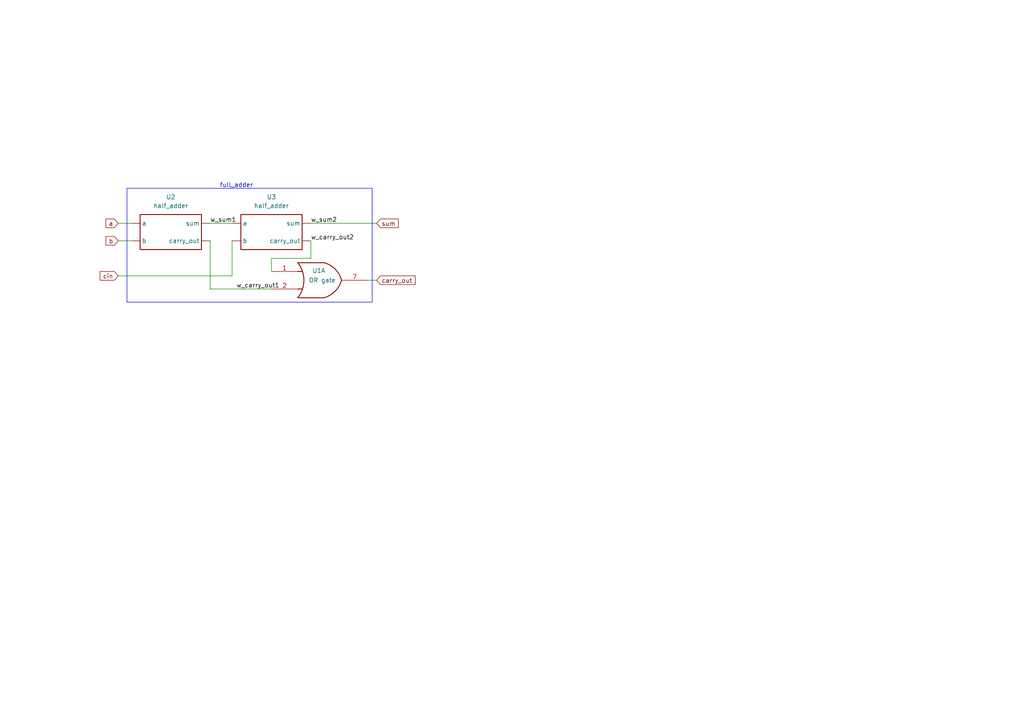
<source format=kicad_sch>
(kicad_sch (version 20250114) (generator "eeschema") (generator_version "9.0")
  (paper "A4")
  (title_block (title "full adder 1 bit") (date "2026-02-11"))
  (lib_symbols
    (symbol "74xGxx:74AUC2G32"
      (property "Reference" "U" (at -2.54 3.81 0))
      (property "Value" "74AUC2G32" (at 0 -3.81 0))
      (symbol "74AUC2G32_1_1"
        (arc (start -7.62 5.08) (mid -5.838 0) (end -7.62 -5.08) (stroke (width 0.254)))
        (polyline (pts (xy -7.62 2.54) (xy -6.35 2.54)) (stroke (width 0.254)) (fill (type background)))
        (polyline (pts (xy -7.62 -2.54) (xy -6.35 -2.54)) (stroke (width 0.254)) (fill (type background)))
        (arc (start 5.08 0) (mid 3.202 -3.202) (end 0 -5.08) (stroke (width 0.254)))
        (arc (start 0 5.08) (mid 3.2271 3.2271) (end 5.08 0) (stroke (width 0.254)))
        (polyline (pts (xy 0 5.08) (xy -7.62 5.08)) (stroke (width 0.254)) (fill (type background)))
        (polyline (pts (xy 0 -5.08) (xy -7.62 -5.08)) (stroke (width 0.254)) (fill (type background)))
        (pin input line (at -15.24 2.54 0) (length 7.62) (name "~") (number "1"))
        (pin input line (at -15.24 -2.54 0) (length 7.62) (name "~") (number "2"))
        (pin output line (at 12.7 0 180) (length 7.62) (name "~") (number "7"))
      )
      (symbol "74AUC2G32_2_1"
        (arc (start -7.62 5.08) (mid -5.838 0) (end -7.62 -5.08) (stroke (width 0.254)))
        (polyline (pts (xy -7.62 2.54) (xy -6.35 2.54)) (stroke (width 0.254)) (fill (type background)))
        (polyline (pts (xy -7.62 -2.54) (xy -6.35 -2.54)) (stroke (width 0.254)) (fill (type background)))
        (arc (start 5.08 0) (mid 3.202 -3.202) (end 0 -5.08) (stroke (width 0.254)))
        (arc (start 0 5.08) (mid 3.2271 3.2271) (end 5.08 0) (stroke (width 0.254)))
        (polyline (pts (xy 0 5.08) (xy -7.62 5.08)) (stroke (width 0.254)) (fill (type background)))
        (polyline (pts (xy 0 -5.08) (xy -7.62 -5.08)) (stroke (width 0.254)) (fill (type background)))
        (pin input line (at -15.24 2.54 0) (length 7.62) (name "~") (number "5"))
        (pin input line (at -15.24 -2.54 0) (length 7.62) (name "~") (number "6"))
        (pin output line (at 12.7 0 180) (length 7.62) (name "~") (number "3"))
      )
      (symbol "74AUC2G32_3_0"
        (rectangle (start -5.08 -5.08) (end 5.08 5.08) (stroke (width 0.254)) (fill (type background)))
      )
      (symbol "74AUC2G32_3_1"
        (pin power_in line (at 0 10.16 270) (length 5.08) (name "VCC") (number "8"))
        (pin power_in line (at 0 -10.16 90) (length 5.08) (name "GND") (number "4"))
      )
    )
    (symbol "adder:half_adder"
      (property "Reference" "U" (at 3.81 8.89 0))
      (symbol "half_adder_1_1"
        (rectangle (start -5.08 7.62) (end 12.7 -2.54) (stroke (width 0.254)))
        (pin input line (at -7.62 5.08 0) (length 2.54) (name "a") (number ""))
        (pin input line (at -7.62 0 0) (length 2.54) (name "b") (number ""))
        (pin input line (at 15.24 5.08 180) (length 2.54) (name "sum") (number ""))
        (pin input line (at 15.24 0 180) (length 2.54) (name "carry_out") (number ""))
      )
    )
    (symbol "half_adder_1"
      (property "Reference" "U" (at 3.81 8.89 0))
      (symbol "half_adder_1_1_1"
        (rectangle (start -5.08 7.62) (end 12.7 -2.54) (stroke (width 0.254)))
        (pin input line (at -7.62 5.08 0) (length 2.54) (name "a") (number ""))
        (pin input line (at -7.62 0 0) (length 2.54) (name "b") (number ""))
        (pin input line (at 15.24 5.08 180) (length 2.54) (name "sum") (number ""))
        (pin input line (at 15.24 0 180) (length 2.54) (name "carry_out") (number ""))
      )
    )
  )
  (rectangle (start 36.83 54.61) (end 107.95 87.63))
  (text "full_adder" (at 68.58 53.848 0) (effects (font (size 1.27 1.27))))
  (wire (pts (xy 60.96 83.82) (xy 60.96 69.85)))
  (wire (pts (xy 60.96 64.77) (xy 67.31 64.77)))
  (wire (pts (xy 34.29 64.77) (xy 38.1 64.77)))
  (wire (pts (xy 60.96 83.82) (xy 78.74 83.82)))
  (wire (pts (xy 78.74 78.74) (xy 78.74 74.93)))
  (wire (pts (xy 78.74 74.93) (xy 90.17 74.93)))
  (wire (pts (xy 90.17 64.77) (xy 109.22 64.77)))
  (wire (pts (xy 34.29 80.01) (xy 67.31 80.01)))
  (wire (pts (xy 34.29 69.85) (xy 38.1 69.85)))
  (wire (pts (xy 106.68 81.28) (xy 109.22 81.28)))
  (wire (pts (xy 90.17 74.93) (xy 90.17 69.85)))
  (wire (pts (xy 67.31 80.01) (xy 67.31 69.85)))
  (label "w_carry_out1" (at 68.58 83.82 0))
  (label "w_sum2" (at 90.17 64.77 0))
  (label "w_carry_out2" (at 90.17 69.85 0))
  (label "w_sum1" (at 60.96 64.77 0))
  (global_label "b" (shape input) (at 34.29 69.85 180) (property "Intersheetrefs" "${INTERSHEET_REFS}" (effects (hide yes))))
  (global_label "sum" (shape input) (at 109.22 64.77 0) (property "Intersheetrefs" "${INTERSHEET_REFS}" (effects (hide yes))))
  (global_label "cin" (shape input) (at 34.29 80.01 180) (property "Intersheetrefs" "${INTERSHEET_REFS}" (effects (hide yes))))
  (global_label "carry_out" (shape input) (at 109.22 81.28 0) (property "Intersheetrefs" "${INTERSHEET_REFS}" (effects (hide yes))))
  (global_label "a" (shape input) (at 34.29 64.77 180) (property "Intersheetrefs" "${INTERSHEET_REFS}" (effects (hide yes))))
  (symbol (lib_id "adder:half_adder") (at 45.72 69.85 0) (unit 1)
    (property "Reference" "U2" (at 49.53 57.15 0))
    (property "Value" "half_adder" (at 49.53 59.69 0))
  )
  (symbol (lib_id "74xGxx:74AUC2G32") (at 93.98 81.28 0) (unit 1)
    (property "Reference" "U1" (at 92.456 78.486 0))
    (property "Value" "OR gate" (at 93.472 81.28 0))
    (property "Datasheet" "http://www.ti.com/lit/sg/scyt129e/scyt129e.pdf" (effects (hide yes)))
    (property "Description" "Dual OR Gate, Low-Voltage CMOS" (effects (hide yes)))
  )
  (symbol (lib_name "half_adder_1") (lib_id "adder:half_adder") (at 74.93 69.85 0) (unit 1)
    (property "Reference" "U3" (at 78.74 57.15 0))
    (property "Value" "half_adder" (at 78.74 59.69 0))
  )
)
</source>
